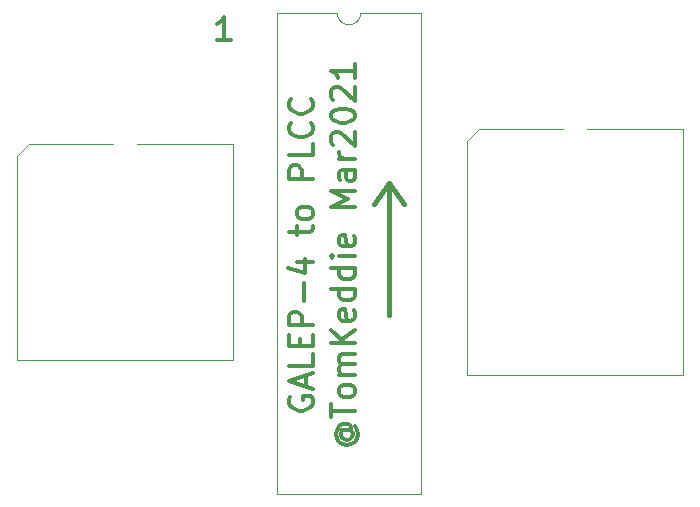
<source format=gbr>
G04 #@! TF.GenerationSoftware,KiCad,Pcbnew,5.1.7-a382d34a8~88~ubuntu20.04.1*
G04 #@! TF.CreationDate,2021-03-27T06:24:58-07:00*
G04 #@! TF.ProjectId,galep4-plcc-28,67616c65-7034-42d7-906c-63632d32382e,Mar2021*
G04 #@! TF.SameCoordinates,Original*
G04 #@! TF.FileFunction,Legend,Top*
G04 #@! TF.FilePolarity,Positive*
%FSLAX46Y46*%
G04 Gerber Fmt 4.6, Leading zero omitted, Abs format (unit mm)*
G04 Created by KiCad (PCBNEW 5.1.7-a382d34a8~88~ubuntu20.04.1) date 2021-03-27 06:24:58*
%MOMM*%
%LPD*%
G01*
G04 APERTURE LIST*
%ADD10C,0.300000*%
%ADD11C,0.400000*%
%ADD12C,0.120000*%
G04 APERTURE END LIST*
D10*
X167656000Y-109583619D02*
X167560761Y-109774095D01*
X167560761Y-110059809D01*
X167656000Y-110345523D01*
X167846476Y-110536000D01*
X168036952Y-110631238D01*
X168417904Y-110726476D01*
X168703619Y-110726476D01*
X169084571Y-110631238D01*
X169275047Y-110536000D01*
X169465523Y-110345523D01*
X169560761Y-110059809D01*
X169560761Y-109869333D01*
X169465523Y-109583619D01*
X169370285Y-109488380D01*
X168703619Y-109488380D01*
X168703619Y-109869333D01*
X168989333Y-108726476D02*
X168989333Y-107774095D01*
X169560761Y-108916952D02*
X167560761Y-108250285D01*
X169560761Y-107583619D01*
X169560761Y-105964571D02*
X169560761Y-106916952D01*
X167560761Y-106916952D01*
X168513142Y-105297904D02*
X168513142Y-104631238D01*
X169560761Y-104345523D02*
X169560761Y-105297904D01*
X167560761Y-105297904D01*
X167560761Y-104345523D01*
X169560761Y-103488380D02*
X167560761Y-103488380D01*
X167560761Y-102726476D01*
X167656000Y-102536000D01*
X167751238Y-102440761D01*
X167941714Y-102345523D01*
X168227428Y-102345523D01*
X168417904Y-102440761D01*
X168513142Y-102536000D01*
X168608380Y-102726476D01*
X168608380Y-103488380D01*
X168798857Y-101488380D02*
X168798857Y-99964571D01*
X168227428Y-98155047D02*
X169560761Y-98155047D01*
X167465523Y-98631238D02*
X168894095Y-99107428D01*
X168894095Y-97869333D01*
X168227428Y-95869333D02*
X168227428Y-95107428D01*
X167560761Y-95583619D02*
X169275047Y-95583619D01*
X169465523Y-95488380D01*
X169560761Y-95297904D01*
X169560761Y-95107428D01*
X169560761Y-94155047D02*
X169465523Y-94345523D01*
X169370285Y-94440761D01*
X169179809Y-94536000D01*
X168608380Y-94536000D01*
X168417904Y-94440761D01*
X168322666Y-94345523D01*
X168227428Y-94155047D01*
X168227428Y-93869333D01*
X168322666Y-93678857D01*
X168417904Y-93583619D01*
X168608380Y-93488380D01*
X169179809Y-93488380D01*
X169370285Y-93583619D01*
X169465523Y-93678857D01*
X169560761Y-93869333D01*
X169560761Y-94155047D01*
X169560761Y-91107428D02*
X167560761Y-91107428D01*
X167560761Y-90345523D01*
X167656000Y-90155047D01*
X167751238Y-90059809D01*
X167941714Y-89964571D01*
X168227428Y-89964571D01*
X168417904Y-90059809D01*
X168513142Y-90155047D01*
X168608380Y-90345523D01*
X168608380Y-91107428D01*
X169560761Y-88155047D02*
X169560761Y-89107428D01*
X167560761Y-89107428D01*
X169370285Y-86345523D02*
X169465523Y-86440761D01*
X169560761Y-86726476D01*
X169560761Y-86916952D01*
X169465523Y-87202666D01*
X169275047Y-87393142D01*
X169084571Y-87488380D01*
X168703619Y-87583619D01*
X168417904Y-87583619D01*
X168036952Y-87488380D01*
X167846476Y-87393142D01*
X167656000Y-87202666D01*
X167560761Y-86916952D01*
X167560761Y-86726476D01*
X167656000Y-86440761D01*
X167751238Y-86345523D01*
X169370285Y-84345523D02*
X169465523Y-84440761D01*
X169560761Y-84726476D01*
X169560761Y-84916952D01*
X169465523Y-85202666D01*
X169275047Y-85393142D01*
X169084571Y-85488380D01*
X168703619Y-85583619D01*
X168417904Y-85583619D01*
X168036952Y-85488380D01*
X167846476Y-85393142D01*
X167656000Y-85202666D01*
X167560761Y-84916952D01*
X167560761Y-84726476D01*
X167656000Y-84440761D01*
X167751238Y-84345523D01*
X162623428Y-79390761D02*
X161480571Y-79390761D01*
X162052000Y-79390761D02*
X162052000Y-77390761D01*
X161861523Y-77676476D01*
X161671047Y-77866952D01*
X161480571Y-77962190D01*
X172164380Y-112345523D02*
X172069142Y-112440761D01*
X171973904Y-112631238D01*
X171973904Y-112821714D01*
X172069142Y-113012190D01*
X172164380Y-113107428D01*
X172354857Y-113202666D01*
X172545333Y-113202666D01*
X172735809Y-113107428D01*
X172831047Y-113012190D01*
X172926285Y-112821714D01*
X172926285Y-112631238D01*
X172831047Y-112440761D01*
X172735809Y-112345523D01*
X171973904Y-112345523D02*
X172735809Y-112345523D01*
X172831047Y-112250285D01*
X172831047Y-112155047D01*
X172735809Y-111964571D01*
X172545333Y-111869333D01*
X172069142Y-111869333D01*
X171783428Y-112059809D01*
X171592952Y-112345523D01*
X171497714Y-112726476D01*
X171592952Y-113107428D01*
X171783428Y-113393142D01*
X172069142Y-113583619D01*
X172450095Y-113678857D01*
X172831047Y-113583619D01*
X173116761Y-113393142D01*
X173307238Y-113107428D01*
X173402476Y-112726476D01*
X173307238Y-112345523D01*
X173116761Y-112059809D01*
X171116761Y-111297904D02*
X171116761Y-110155047D01*
X173116761Y-110726476D02*
X171116761Y-110726476D01*
X173116761Y-109202666D02*
X173021523Y-109393142D01*
X172926285Y-109488380D01*
X172735809Y-109583619D01*
X172164380Y-109583619D01*
X171973904Y-109488380D01*
X171878666Y-109393142D01*
X171783428Y-109202666D01*
X171783428Y-108916952D01*
X171878666Y-108726476D01*
X171973904Y-108631238D01*
X172164380Y-108536000D01*
X172735809Y-108536000D01*
X172926285Y-108631238D01*
X173021523Y-108726476D01*
X173116761Y-108916952D01*
X173116761Y-109202666D01*
X173116761Y-107678857D02*
X171783428Y-107678857D01*
X171973904Y-107678857D02*
X171878666Y-107583619D01*
X171783428Y-107393142D01*
X171783428Y-107107428D01*
X171878666Y-106916952D01*
X172069142Y-106821714D01*
X173116761Y-106821714D01*
X172069142Y-106821714D02*
X171878666Y-106726476D01*
X171783428Y-106536000D01*
X171783428Y-106250285D01*
X171878666Y-106059809D01*
X172069142Y-105964571D01*
X173116761Y-105964571D01*
X173116761Y-105012190D02*
X171116761Y-105012190D01*
X173116761Y-103869333D02*
X171973904Y-104726476D01*
X171116761Y-103869333D02*
X172259619Y-105012190D01*
X173021523Y-102250285D02*
X173116761Y-102440761D01*
X173116761Y-102821714D01*
X173021523Y-103012190D01*
X172831047Y-103107428D01*
X172069142Y-103107428D01*
X171878666Y-103012190D01*
X171783428Y-102821714D01*
X171783428Y-102440761D01*
X171878666Y-102250285D01*
X172069142Y-102155047D01*
X172259619Y-102155047D01*
X172450095Y-103107428D01*
X173116761Y-100440761D02*
X171116761Y-100440761D01*
X173021523Y-100440761D02*
X173116761Y-100631238D01*
X173116761Y-101012190D01*
X173021523Y-101202666D01*
X172926285Y-101297904D01*
X172735809Y-101393142D01*
X172164380Y-101393142D01*
X171973904Y-101297904D01*
X171878666Y-101202666D01*
X171783428Y-101012190D01*
X171783428Y-100631238D01*
X171878666Y-100440761D01*
X173116761Y-98631238D02*
X171116761Y-98631238D01*
X173021523Y-98631238D02*
X173116761Y-98821714D01*
X173116761Y-99202666D01*
X173021523Y-99393142D01*
X172926285Y-99488380D01*
X172735809Y-99583619D01*
X172164380Y-99583619D01*
X171973904Y-99488380D01*
X171878666Y-99393142D01*
X171783428Y-99202666D01*
X171783428Y-98821714D01*
X171878666Y-98631238D01*
X173116761Y-97678857D02*
X171783428Y-97678857D01*
X171116761Y-97678857D02*
X171212000Y-97774095D01*
X171307238Y-97678857D01*
X171212000Y-97583619D01*
X171116761Y-97678857D01*
X171307238Y-97678857D01*
X173021523Y-95964571D02*
X173116761Y-96155047D01*
X173116761Y-96536000D01*
X173021523Y-96726476D01*
X172831047Y-96821714D01*
X172069142Y-96821714D01*
X171878666Y-96726476D01*
X171783428Y-96536000D01*
X171783428Y-96155047D01*
X171878666Y-95964571D01*
X172069142Y-95869333D01*
X172259619Y-95869333D01*
X172450095Y-96821714D01*
X173116761Y-93488380D02*
X171116761Y-93488380D01*
X172545333Y-92821714D01*
X171116761Y-92155047D01*
X173116761Y-92155047D01*
X173116761Y-90345523D02*
X172069142Y-90345523D01*
X171878666Y-90440761D01*
X171783428Y-90631238D01*
X171783428Y-91012190D01*
X171878666Y-91202666D01*
X173021523Y-90345523D02*
X173116761Y-90536000D01*
X173116761Y-91012190D01*
X173021523Y-91202666D01*
X172831047Y-91297904D01*
X172640571Y-91297904D01*
X172450095Y-91202666D01*
X172354857Y-91012190D01*
X172354857Y-90536000D01*
X172259619Y-90345523D01*
X173116761Y-89393142D02*
X171783428Y-89393142D01*
X172164380Y-89393142D02*
X171973904Y-89297904D01*
X171878666Y-89202666D01*
X171783428Y-89012190D01*
X171783428Y-88821714D01*
X171307238Y-88250285D02*
X171212000Y-88155047D01*
X171116761Y-87964571D01*
X171116761Y-87488380D01*
X171212000Y-87297904D01*
X171307238Y-87202666D01*
X171497714Y-87107428D01*
X171688190Y-87107428D01*
X171973904Y-87202666D01*
X173116761Y-88345523D01*
X173116761Y-87107428D01*
X171116761Y-85869333D02*
X171116761Y-85678857D01*
X171212000Y-85488380D01*
X171307238Y-85393142D01*
X171497714Y-85297904D01*
X171878666Y-85202666D01*
X172354857Y-85202666D01*
X172735809Y-85297904D01*
X172926285Y-85393142D01*
X173021523Y-85488380D01*
X173116761Y-85678857D01*
X173116761Y-85869333D01*
X173021523Y-86059809D01*
X172926285Y-86155047D01*
X172735809Y-86250285D01*
X172354857Y-86345523D01*
X171878666Y-86345523D01*
X171497714Y-86250285D01*
X171307238Y-86155047D01*
X171212000Y-86059809D01*
X171116761Y-85869333D01*
X171307238Y-84440761D02*
X171212000Y-84345523D01*
X171116761Y-84155047D01*
X171116761Y-83678857D01*
X171212000Y-83488380D01*
X171307238Y-83393142D01*
X171497714Y-83297904D01*
X171688190Y-83297904D01*
X171973904Y-83393142D01*
X173116761Y-84536000D01*
X173116761Y-83297904D01*
X173116761Y-81393142D02*
X173116761Y-82536000D01*
X173116761Y-81964571D02*
X171116761Y-81964571D01*
X171402476Y-82155047D01*
X171592952Y-82345523D01*
X171688190Y-82536000D01*
D11*
X176022000Y-91440000D02*
X177292000Y-93218000D01*
X176022000Y-91440000D02*
X174752000Y-93218000D01*
X176022000Y-102616000D02*
X176022000Y-91440000D01*
D12*
G04 #@! TO.C,U3*
X178678000Y-77050000D02*
X173618000Y-77050000D01*
X178678000Y-117810000D02*
X178678000Y-77050000D01*
X166558000Y-117810000D02*
X178678000Y-117810000D01*
X166558000Y-77050000D02*
X166558000Y-117810000D01*
X171618000Y-77050000D02*
X166558000Y-77050000D01*
X173618000Y-77050000D02*
G75*
G02*
X171618000Y-77050000I-1000000J0D01*
G01*
G04 #@! TO.C,U2*
X200895000Y-86882000D02*
X192770000Y-86882000D01*
X200895000Y-107682000D02*
X200895000Y-86882000D01*
X182645000Y-107682000D02*
X200895000Y-107682000D01*
X182645000Y-87882000D02*
X182645000Y-107682000D01*
X183645000Y-86882000D02*
X182645000Y-87882000D01*
X190770000Y-86882000D02*
X183645000Y-86882000D01*
G04 #@! TO.C,U1*
X152670000Y-88157000D02*
X145545000Y-88157000D01*
X145545000Y-88157000D02*
X144545000Y-89157000D01*
X144545000Y-89157000D02*
X144545000Y-106407000D01*
X144545000Y-106407000D02*
X162795000Y-106407000D01*
X162795000Y-106407000D02*
X162795000Y-88157000D01*
X162795000Y-88157000D02*
X154670000Y-88157000D01*
G04 #@! TD*
M02*

</source>
